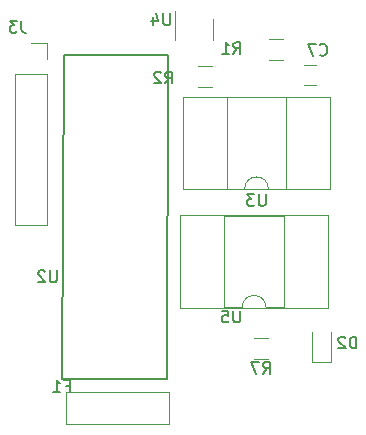
<source format=gbo>
G04 #@! TF.GenerationSoftware,KiCad,Pcbnew,5.1.7-a382d34a8~88~ubuntu18.04.1*
G04 #@! TF.CreationDate,2021-08-20T00:55:45+05:30*
G04 #@! TF.ProjectId,BackEnd_HeavyDevice_v4,4261636b-456e-4645-9f48-656176794465,rev?*
G04 #@! TF.SameCoordinates,Original*
G04 #@! TF.FileFunction,Legend,Bot*
G04 #@! TF.FilePolarity,Positive*
%FSLAX46Y46*%
G04 Gerber Fmt 4.6, Leading zero omitted, Abs format (unit mm)*
G04 Created by KiCad (PCBNEW 5.1.7-a382d34a8~88~ubuntu18.04.1) date 2021-08-20 00:55:45*
%MOMM*%
%LPD*%
G01*
G04 APERTURE LIST*
%ADD10C,0.150000*%
%ADD11C,0.120000*%
G04 APERTURE END LIST*
D10*
X116162000Y-131077000D02*
X116292000Y-103645000D01*
X116292000Y-103645000D02*
X125112000Y-103635000D01*
X125112000Y-103635000D02*
X125034000Y-131077000D01*
X125034000Y-131077000D02*
X116162000Y-131077000D01*
D11*
X125226000Y-132162000D02*
X116486000Y-132162000D01*
X125226000Y-132162000D02*
X125226000Y-134878000D01*
X116486000Y-134878000D02*
X116486000Y-132162000D01*
X116486000Y-134878000D02*
X125226000Y-134878000D01*
X138936000Y-129674000D02*
X138936000Y-127074000D01*
X137336000Y-129674000D02*
X137336000Y-127074000D01*
X138936000Y-129674000D02*
X137336000Y-129674000D01*
X136634000Y-104507000D02*
X137634000Y-104507000D01*
X137634000Y-106207000D02*
X136634000Y-106207000D01*
X134861000Y-102272000D02*
X133661000Y-102272000D01*
X133661000Y-104032000D02*
X134861000Y-104032000D01*
X127659000Y-106354000D02*
X128859000Y-106354000D01*
X128859000Y-104594000D02*
X127659000Y-104594000D01*
X132396000Y-129348000D02*
X133596000Y-129348000D01*
X133596000Y-127588000D02*
X132396000Y-127588000D01*
X138836000Y-115019000D02*
X126366000Y-115019000D01*
X138836000Y-107159000D02*
X138836000Y-115019000D01*
X126366000Y-107159000D02*
X138836000Y-107159000D01*
X126366000Y-115019000D02*
X126366000Y-107159000D01*
X135136000Y-114959000D02*
X133601000Y-114959000D01*
X135136000Y-107219000D02*
X135136000Y-114959000D01*
X130066000Y-107219000D02*
X135136000Y-107219000D01*
X130066000Y-114959000D02*
X130066000Y-107219000D01*
X131601000Y-114959000D02*
X130066000Y-114959000D01*
X133601000Y-114959000D02*
G75*
G03*
X131601000Y-114959000I-1000000J0D01*
G01*
X128917000Y-100574000D02*
X128917000Y-102374000D01*
X125697000Y-102374000D02*
X125697000Y-99924000D01*
X131390000Y-125000000D02*
X129855000Y-125000000D01*
X129855000Y-125000000D02*
X129855000Y-117260000D01*
X129855000Y-117260000D02*
X134925000Y-117260000D01*
X134925000Y-117260000D02*
X134925000Y-125000000D01*
X134925000Y-125000000D02*
X133390000Y-125000000D01*
X126155000Y-125060000D02*
X126155000Y-117200000D01*
X126155000Y-117200000D02*
X138625000Y-117200000D01*
X138625000Y-117200000D02*
X138625000Y-125060000D01*
X138625000Y-125060000D02*
X126155000Y-125060000D01*
X133390000Y-125000000D02*
G75*
G03*
X131390000Y-125000000I-1000000J0D01*
G01*
X114845000Y-102637000D02*
X113515000Y-102637000D01*
X114845000Y-103967000D02*
X114845000Y-102637000D01*
X114845000Y-105237000D02*
X112185000Y-105237000D01*
X112185000Y-105237000D02*
X112185000Y-117997000D01*
X114845000Y-105237000D02*
X114845000Y-117997000D01*
X114845000Y-117997000D02*
X112185000Y-117997000D01*
D10*
X115676584Y-121880380D02*
X115676584Y-122689904D01*
X115628965Y-122785142D01*
X115581346Y-122832761D01*
X115486108Y-122880380D01*
X115295632Y-122880380D01*
X115200394Y-122832761D01*
X115152775Y-122785142D01*
X115105156Y-122689904D01*
X115105156Y-121880380D01*
X114676584Y-121975619D02*
X114628965Y-121928000D01*
X114533727Y-121880380D01*
X114295632Y-121880380D01*
X114200394Y-121928000D01*
X114152775Y-121975619D01*
X114105156Y-122070857D01*
X114105156Y-122166095D01*
X114152775Y-122308952D01*
X114724203Y-122880380D01*
X114105156Y-122880380D01*
X116436733Y-131640271D02*
X116770066Y-131640271D01*
X116770066Y-132164080D02*
X116770066Y-131164080D01*
X116293876Y-131164080D01*
X115389114Y-132164080D02*
X115960542Y-132164080D01*
X115674828Y-132164080D02*
X115674828Y-131164080D01*
X115770066Y-131306938D01*
X115865304Y-131402176D01*
X115960542Y-131449795D01*
X141063575Y-128478120D02*
X141063575Y-127478120D01*
X140825480Y-127478120D01*
X140682622Y-127525740D01*
X140587384Y-127620978D01*
X140539765Y-127716216D01*
X140492146Y-127906692D01*
X140492146Y-128049549D01*
X140539765Y-128240025D01*
X140587384Y-128335263D01*
X140682622Y-128430501D01*
X140825480Y-128478120D01*
X141063575Y-128478120D01*
X140111194Y-127573359D02*
X140063575Y-127525740D01*
X139968337Y-127478120D01*
X139730241Y-127478120D01*
X139635003Y-127525740D01*
X139587384Y-127573359D01*
X139539765Y-127668597D01*
X139539765Y-127763835D01*
X139587384Y-127906692D01*
X140158813Y-128478120D01*
X139539765Y-128478120D01*
X137956586Y-103603062D02*
X138004205Y-103650681D01*
X138147062Y-103698300D01*
X138242300Y-103698300D01*
X138385158Y-103650681D01*
X138480396Y-103555443D01*
X138528015Y-103460205D01*
X138575634Y-103269729D01*
X138575634Y-103126872D01*
X138528015Y-102936396D01*
X138480396Y-102841158D01*
X138385158Y-102745920D01*
X138242300Y-102698300D01*
X138147062Y-102698300D01*
X138004205Y-102745920D01*
X137956586Y-102793539D01*
X137623253Y-102698300D02*
X136956586Y-102698300D01*
X137385158Y-103698300D01*
X130643926Y-103550980D02*
X130977260Y-103074790D01*
X131215355Y-103550980D02*
X131215355Y-102550980D01*
X130834402Y-102550980D01*
X130739164Y-102598600D01*
X130691545Y-102646219D01*
X130643926Y-102741457D01*
X130643926Y-102884314D01*
X130691545Y-102979552D01*
X130739164Y-103027171D01*
X130834402Y-103074790D01*
X131215355Y-103074790D01*
X129691545Y-103550980D02*
X130262974Y-103550980D01*
X129977260Y-103550980D02*
X129977260Y-102550980D01*
X130072498Y-102693838D01*
X130167736Y-102789076D01*
X130262974Y-102836695D01*
X124867966Y-106052880D02*
X125201300Y-105576690D01*
X125439395Y-106052880D02*
X125439395Y-105052880D01*
X125058442Y-105052880D01*
X124963204Y-105100500D01*
X124915585Y-105148119D01*
X124867966Y-105243357D01*
X124867966Y-105386214D01*
X124915585Y-105481452D01*
X124963204Y-105529071D01*
X125058442Y-105576690D01*
X125439395Y-105576690D01*
X124487014Y-105148119D02*
X124439395Y-105100500D01*
X124344157Y-105052880D01*
X124106061Y-105052880D01*
X124010823Y-105100500D01*
X123963204Y-105148119D01*
X123915585Y-105243357D01*
X123915585Y-105338595D01*
X123963204Y-105481452D01*
X124534633Y-106052880D01*
X123915585Y-106052880D01*
X133162666Y-130620380D02*
X133496000Y-130144190D01*
X133734095Y-130620380D02*
X133734095Y-129620380D01*
X133353142Y-129620380D01*
X133257904Y-129668000D01*
X133210285Y-129715619D01*
X133162666Y-129810857D01*
X133162666Y-129953714D01*
X133210285Y-130048952D01*
X133257904Y-130096571D01*
X133353142Y-130144190D01*
X133734095Y-130144190D01*
X132829333Y-129620380D02*
X132162666Y-129620380D01*
X132591238Y-130620380D01*
X133362904Y-115411380D02*
X133362904Y-116220904D01*
X133315285Y-116316142D01*
X133267666Y-116363761D01*
X133172428Y-116411380D01*
X132981952Y-116411380D01*
X132886714Y-116363761D01*
X132839095Y-116316142D01*
X132791476Y-116220904D01*
X132791476Y-115411380D01*
X132410523Y-115411380D02*
X131791476Y-115411380D01*
X132124809Y-115792333D01*
X131981952Y-115792333D01*
X131886714Y-115839952D01*
X131839095Y-115887571D01*
X131791476Y-115982809D01*
X131791476Y-116220904D01*
X131839095Y-116316142D01*
X131886714Y-116363761D01*
X131981952Y-116411380D01*
X132267666Y-116411380D01*
X132362904Y-116363761D01*
X132410523Y-116316142D01*
X125287944Y-100122740D02*
X125287944Y-100932264D01*
X125240325Y-101027502D01*
X125192706Y-101075121D01*
X125097468Y-101122740D01*
X124906992Y-101122740D01*
X124811754Y-101075121D01*
X124764135Y-101027502D01*
X124716516Y-100932264D01*
X124716516Y-100122740D01*
X123811754Y-100456074D02*
X123811754Y-101122740D01*
X124049849Y-100075121D02*
X124287944Y-100789407D01*
X123668897Y-100789407D01*
X131211224Y-125281440D02*
X131211224Y-126090964D01*
X131163605Y-126186202D01*
X131115986Y-126233821D01*
X131020748Y-126281440D01*
X130830272Y-126281440D01*
X130735034Y-126233821D01*
X130687415Y-126186202D01*
X130639796Y-126090964D01*
X130639796Y-125281440D01*
X129687415Y-125281440D02*
X130163605Y-125281440D01*
X130211224Y-125757631D01*
X130163605Y-125710012D01*
X130068367Y-125662393D01*
X129830272Y-125662393D01*
X129735034Y-125710012D01*
X129687415Y-125757631D01*
X129639796Y-125852869D01*
X129639796Y-126090964D01*
X129687415Y-126186202D01*
X129735034Y-126233821D01*
X129830272Y-126281440D01*
X130068367Y-126281440D01*
X130163605Y-126233821D01*
X130211224Y-126186202D01*
X112695173Y-100742220D02*
X112695173Y-101456506D01*
X112742792Y-101599363D01*
X112838030Y-101694601D01*
X112980887Y-101742220D01*
X113076125Y-101742220D01*
X112314220Y-100742220D02*
X111695173Y-100742220D01*
X112028506Y-101123173D01*
X111885649Y-101123173D01*
X111790411Y-101170792D01*
X111742792Y-101218411D01*
X111695173Y-101313649D01*
X111695173Y-101551744D01*
X111742792Y-101646982D01*
X111790411Y-101694601D01*
X111885649Y-101742220D01*
X112171363Y-101742220D01*
X112266601Y-101694601D01*
X112314220Y-101646982D01*
M02*

</source>
